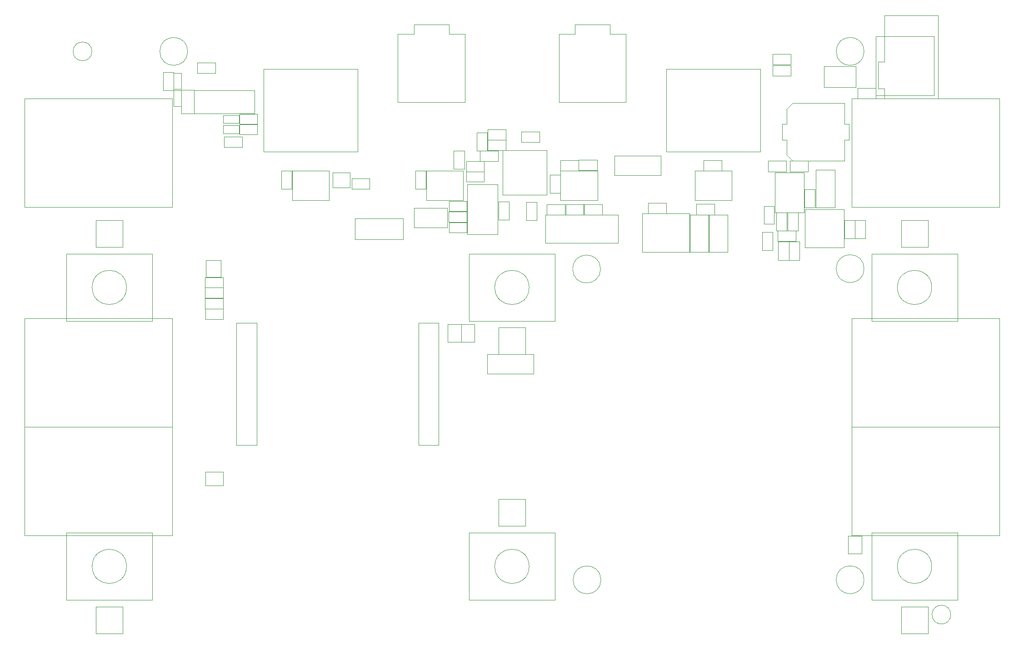
<source format=gbr>
%TF.GenerationSoftware,KiCad,Pcbnew,7.0.8-7.0.8~ubuntu23.04.1*%
%TF.CreationDate,2023-10-19T18:34:13+00:00*%
%TF.ProjectId,pedalboard-hw,70656461-6c62-46f6-9172-642d68772e6b,3.0.0*%
%TF.SameCoordinates,Original*%
%TF.FileFunction,Other,User*%
%FSLAX46Y46*%
G04 Gerber Fmt 4.6, Leading zero omitted, Abs format (unit mm)*
G04 Created by KiCad (PCBNEW 7.0.8-7.0.8~ubuntu23.04.1) date 2023-10-19 18:34:13*
%MOMM*%
%LPD*%
G01*
G04 APERTURE LIST*
%ADD10C,0.050000*%
%ADD11C,0.120000*%
G04 APERTURE END LIST*
D10*
%TO.C,C22*%
X140700000Y-43270000D02*
X144100000Y-43270000D01*
X140700000Y-45230000D02*
X140700000Y-43270000D01*
X144100000Y-43270000D02*
X144100000Y-45230000D01*
X144100000Y-45230000D02*
X140700000Y-45230000D01*
%TO.C,C20*%
X114050000Y-43270000D02*
X117450000Y-43270000D01*
X114050000Y-45230000D02*
X114050000Y-43270000D01*
X117450000Y-43270000D02*
X117450000Y-45230000D01*
X117450000Y-45230000D02*
X114050000Y-45230000D01*
%TO.C,H12*%
X170600000Y-121500000D02*
G75*
G03*
X170600000Y-121500000I-2600000J0D01*
G01*
%TO.C,FID1*%
X26750000Y-23000000D02*
G75*
G03*
X26750000Y-23000000I-1750000J0D01*
G01*
%TO.C,R7*%
X96460000Y-43510000D02*
X99820000Y-43510000D01*
X96460000Y-45410000D02*
X96460000Y-43510000D01*
X99820000Y-43510000D02*
X99820000Y-45410000D01*
X99820000Y-45410000D02*
X96460000Y-45410000D01*
%TO.C,J4*%
X126250000Y-32450000D02*
X126250000Y-19750000D01*
X126250000Y-19750000D02*
X123250000Y-19750000D01*
X123250000Y-19750000D02*
X123250000Y-17950000D01*
X123250000Y-17950000D02*
X116750000Y-17950000D01*
X116750000Y-19750000D02*
X113750000Y-19750000D01*
X116750000Y-17950000D02*
X116750000Y-19750000D01*
X113750000Y-32450000D02*
X126250000Y-32450000D01*
X113750000Y-20000000D02*
X113750000Y-32450000D01*
X113750000Y-19750000D02*
X113750000Y-20000000D01*
%TO.C,C10*%
X98460000Y-41550000D02*
X98460000Y-38150000D01*
X100420000Y-41550000D02*
X98460000Y-41550000D01*
X98460000Y-38150000D02*
X100420000Y-38150000D01*
X100420000Y-38150000D02*
X100420000Y-41550000D01*
%TO.C,R12*%
X157880000Y-58350000D02*
X154520000Y-58350000D01*
X157880000Y-56450000D02*
X157880000Y-58350000D01*
X154520000Y-58350000D02*
X154520000Y-56450000D01*
X154520000Y-56450000D02*
X157880000Y-56450000D01*
%TO.C,D5*%
X141650000Y-53450000D02*
X141650000Y-60450000D01*
X138150000Y-53450000D02*
X141650000Y-53450000D01*
X141650000Y-60450000D02*
X138150000Y-60450000D01*
X138150000Y-60450000D02*
X138150000Y-53450000D01*
%TO.C,R10*%
X93257500Y-54900000D02*
X96617500Y-54900000D01*
X93257500Y-56800000D02*
X93257500Y-54900000D01*
X96617500Y-54900000D02*
X96617500Y-56800000D01*
X96617500Y-56800000D02*
X93257500Y-56800000D01*
%TO.C,J9*%
X41730000Y-31770000D02*
X41730000Y-52000000D01*
X41730000Y-31770000D02*
X14200000Y-31770000D01*
X14200000Y-52000000D02*
X41730000Y-52000000D01*
X14200000Y-31770000D02*
X14200000Y-52000000D01*
%TO.C,J18*%
X41730000Y-92970000D02*
X41730000Y-113200000D01*
X41730000Y-92970000D02*
X14200000Y-92970000D01*
X14200000Y-113200000D02*
X41730000Y-113200000D01*
X14200000Y-92970000D02*
X14200000Y-113200000D01*
%TO.C,U6*%
X159400000Y-45600000D02*
X154000000Y-45600000D01*
X154000000Y-45600000D02*
X154000000Y-53000000D01*
X159400000Y-53000000D02*
X159400000Y-45600000D01*
X154000000Y-53000000D02*
X159400000Y-53000000D01*
%TO.C,J6*%
X184400000Y-31800000D02*
X184400000Y-16300000D01*
X184400000Y-16300000D02*
X174400000Y-16300000D01*
X174400000Y-31800000D02*
X184400000Y-31800000D01*
X174400000Y-29900000D02*
X174400000Y-31800000D01*
X174400000Y-16300000D02*
X174400000Y-24900000D01*
X173200000Y-29900000D02*
X174400000Y-29900000D01*
X173200000Y-29900000D02*
X173200000Y-24900000D01*
X173200000Y-24900000D02*
X174400000Y-24900000D01*
%TO.C,C25*%
X161480000Y-48700000D02*
X161480000Y-52100000D01*
X159520000Y-48700000D02*
X161480000Y-48700000D01*
X161480000Y-52100000D02*
X159520000Y-52100000D01*
X159520000Y-52100000D02*
X159520000Y-48700000D01*
%TO.C,U5*%
X138050000Y-60450000D02*
X138050000Y-53250000D01*
X138050000Y-53250000D02*
X129250000Y-53250000D01*
X129250000Y-60450000D02*
X138050000Y-60450000D01*
X129250000Y-53250000D02*
X129250000Y-60450000D01*
%TO.C,J5*%
X172790000Y-31210000D02*
X183600000Y-31210000D01*
X183600000Y-31210000D02*
X183600000Y-20210000D01*
X172790000Y-20210000D02*
X172790000Y-31210000D01*
X183600000Y-20210000D02*
X172790000Y-20210000D01*
%TO.C,H9*%
X33200000Y-119000000D02*
G75*
G03*
X33200000Y-119000000I-3200000J0D01*
G01*
%TO.C,C19*%
X133790000Y-53200000D02*
X130390000Y-53200000D01*
X133790000Y-51240000D02*
X133790000Y-53200000D01*
X130390000Y-53200000D02*
X130390000Y-51240000D01*
X130390000Y-51240000D02*
X133790000Y-51240000D01*
%TO.C,J8*%
X27500000Y-54500000D02*
X27500000Y-59500000D01*
X27500000Y-59500000D02*
X32500000Y-59500000D01*
X32500000Y-54500000D02*
X27500000Y-54500000D01*
X32500000Y-59500000D02*
X32500000Y-54500000D01*
%TO.C,R9*%
X96460000Y-45410000D02*
X99820000Y-45410000D01*
X96460000Y-47310000D02*
X96460000Y-45410000D01*
X99820000Y-45410000D02*
X99820000Y-47310000D01*
X99820000Y-47310000D02*
X96460000Y-47310000D01*
%TO.C,C14*%
X96587500Y-54830000D02*
X93187500Y-54830000D01*
X96587500Y-52870000D02*
X96587500Y-54830000D01*
X93187500Y-54830000D02*
X93187500Y-52870000D01*
X93187500Y-52870000D02*
X96587500Y-52870000D01*
%TO.C,JP3*%
X47900000Y-101400000D02*
X47900000Y-103900000D01*
X47900000Y-101400000D02*
X51200000Y-101400000D01*
X51200000Y-103900000D02*
X47900000Y-103900000D01*
X51200000Y-103900000D02*
X51200000Y-101400000D01*
%TO.C,C4*%
X156987500Y-25480000D02*
X153587500Y-25480000D01*
X156987500Y-23520000D02*
X156987500Y-25480000D01*
X153587500Y-25480000D02*
X153587500Y-23520000D01*
X153587500Y-23520000D02*
X156987500Y-23520000D01*
%TO.C,D4*%
X114050000Y-45250000D02*
X114050000Y-50750000D01*
X114050000Y-50750000D02*
X120950000Y-50750000D01*
X120950000Y-45250000D02*
X114050000Y-45250000D01*
X120950000Y-50750000D02*
X120950000Y-45250000D01*
%TO.C,C26*%
X158580000Y-58500000D02*
X158580000Y-61900000D01*
X156620000Y-58500000D02*
X158580000Y-58500000D01*
X158580000Y-61900000D02*
X156620000Y-61900000D01*
X156620000Y-61900000D02*
X156620000Y-58500000D01*
%TO.C,H6*%
X108200000Y-67000000D02*
G75*
G03*
X108200000Y-67000000I-3200000J0D01*
G01*
%TO.C,R13*%
X151650000Y-60080000D02*
X151650000Y-56720000D01*
X153550000Y-60080000D02*
X151650000Y-60080000D01*
X151650000Y-56720000D02*
X153550000Y-56720000D01*
X153550000Y-56720000D02*
X153550000Y-60080000D01*
%TO.C,H5*%
X33200000Y-67000000D02*
G75*
G03*
X33200000Y-67000000I-3200000J0D01*
G01*
%TO.C,R8*%
X93257500Y-50900000D02*
X96617500Y-50900000D01*
X93257500Y-52800000D02*
X93257500Y-50900000D01*
X96617500Y-50900000D02*
X96617500Y-52800000D01*
X96617500Y-52800000D02*
X93257500Y-52800000D01*
%TO.C,J17*%
X41730000Y-72770000D02*
X41730000Y-93000000D01*
X41730000Y-72770000D02*
X14200000Y-72770000D01*
X14200000Y-93000000D02*
X41730000Y-93000000D01*
X14200000Y-72770000D02*
X14200000Y-93000000D01*
%TO.C,J20*%
X168270000Y-113225000D02*
X168270000Y-92995000D01*
X168270000Y-113225000D02*
X195800000Y-113225000D01*
X195800000Y-92995000D02*
X168270000Y-92995000D01*
X195800000Y-113225000D02*
X195800000Y-92995000D01*
%TO.C,J12*%
X124060000Y-46100000D02*
X132710000Y-46100000D01*
X132710000Y-46100000D02*
X132710000Y-42500000D01*
X124060000Y-42500000D02*
X124060000Y-46100000D01*
X132710000Y-42500000D02*
X124060000Y-42500000D01*
%TO.C,D7*%
X139050000Y-45250000D02*
X139050000Y-50750000D01*
X139050000Y-50750000D02*
X145950000Y-50750000D01*
X145950000Y-45250000D02*
X139050000Y-45250000D01*
X145950000Y-50750000D02*
X145950000Y-45250000D01*
%TO.C,H11*%
X121580000Y-121520000D02*
G75*
G03*
X121580000Y-121520000I-2600000J0D01*
G01*
%TO.C,C30*%
X152700000Y-43420000D02*
X156100000Y-43420000D01*
X152700000Y-45380000D02*
X152700000Y-43420000D01*
X156100000Y-43420000D02*
X156100000Y-45380000D01*
X156100000Y-45380000D02*
X152700000Y-45380000D01*
%TO.C,J22*%
X182500000Y-131500000D02*
X182500000Y-126500000D01*
X182500000Y-126500000D02*
X177500000Y-126500000D01*
X177500000Y-131500000D02*
X182500000Y-131500000D01*
X177500000Y-126500000D02*
X177500000Y-131500000D01*
%TO.C,C31*%
X168880000Y-54500000D02*
X168880000Y-57900000D01*
X166920000Y-54500000D02*
X168880000Y-54500000D01*
X168880000Y-57900000D02*
X166920000Y-57900000D01*
X166920000Y-57900000D02*
X166920000Y-54500000D01*
%TO.C,J21*%
X32500000Y-131500000D02*
X32500000Y-126500000D01*
X32500000Y-126500000D02*
X27500000Y-126500000D01*
X27500000Y-131500000D02*
X32500000Y-131500000D01*
X27500000Y-126500000D02*
X27500000Y-131500000D01*
%TO.C,SW4*%
X97000000Y-60750000D02*
X97000000Y-73250000D01*
X97000000Y-73250000D02*
X113000000Y-73250000D01*
X113000000Y-60750000D02*
X97000000Y-60750000D01*
X113000000Y-73250000D02*
X113000000Y-60750000D01*
%TO.C,FID2*%
X186750000Y-128000000D02*
G75*
G03*
X186750000Y-128000000I-1750000J0D01*
G01*
%TO.C,J14*%
X107500000Y-79500000D02*
X107500000Y-74500000D01*
X107500000Y-74500000D02*
X102500000Y-74500000D01*
X102500000Y-79500000D02*
X107500000Y-79500000D01*
X102500000Y-74500000D02*
X102500000Y-79500000D01*
%TO.C,R6*%
X78505000Y-48600000D02*
X75145000Y-48600000D01*
X78505000Y-46700000D02*
X78505000Y-48600000D01*
X75145000Y-48600000D02*
X75145000Y-46700000D01*
X75145000Y-46700000D02*
X78505000Y-46700000D01*
%TO.C,J10*%
X84740000Y-58020000D02*
X84740000Y-54120000D01*
X84740000Y-54120000D02*
X75740000Y-54120000D01*
X75740000Y-58020000D02*
X84740000Y-58020000D01*
X75740000Y-54120000D02*
X75740000Y-58020000D01*
%TO.C,H1*%
X44600000Y-23000000D02*
G75*
G03*
X44600000Y-23000000I-2600000J0D01*
G01*
%TO.C,J7*%
X168285000Y-52030000D02*
X168285000Y-31800000D01*
X168285000Y-52030000D02*
X195815000Y-52030000D01*
X195815000Y-31800000D02*
X168285000Y-31800000D01*
X195815000Y-52030000D02*
X195815000Y-31800000D01*
%TO.C,C1*%
X49800000Y-27080000D02*
X46400000Y-27080000D01*
X49800000Y-25120000D02*
X49800000Y-27080000D01*
X46400000Y-27080000D02*
X46400000Y-25120000D01*
X46400000Y-25120000D02*
X49800000Y-25120000D01*
%TO.C,H4*%
X170600000Y-63500000D02*
G75*
G03*
X170600000Y-63500000I-2600000J0D01*
G01*
%TO.C,SW1*%
X58750000Y-26300000D02*
X58750000Y-41700000D01*
X58750000Y-26300000D02*
X76250000Y-26300000D01*
X76250000Y-41700000D02*
X58750000Y-41700000D01*
X76250000Y-41700000D02*
X76250000Y-26300000D01*
%TO.C,C5*%
X64030000Y-45250000D02*
X64030000Y-48650000D01*
X62070000Y-45250000D02*
X64030000Y-45250000D01*
X64030000Y-48650000D02*
X62070000Y-48650000D01*
X62070000Y-48650000D02*
X62070000Y-45250000D01*
%TO.C,C29*%
X160200000Y-45380000D02*
X156800000Y-45380000D01*
X160200000Y-43420000D02*
X160200000Y-45380000D01*
X156800000Y-45380000D02*
X156800000Y-43420000D01*
X156800000Y-43420000D02*
X160200000Y-43420000D01*
%TO.C,L5*%
X166830000Y-52470000D02*
X159570000Y-52470000D01*
X159570000Y-52470000D02*
X159570000Y-59530000D01*
X166830000Y-59530000D02*
X166830000Y-52470000D01*
X159570000Y-59530000D02*
X166830000Y-59530000D01*
%TO.C,D3*%
X89050000Y-45250000D02*
X89050000Y-50750000D01*
X89050000Y-50750000D02*
X95950000Y-50750000D01*
X95950000Y-45250000D02*
X89050000Y-45250000D01*
X95950000Y-50750000D02*
X95950000Y-45250000D01*
%TO.C,J13*%
X177500000Y-54500000D02*
X177500000Y-59500000D01*
X177500000Y-59500000D02*
X182500000Y-59500000D01*
X182500000Y-54500000D02*
X177500000Y-54500000D01*
X182500000Y-59500000D02*
X182500000Y-54500000D01*
%TO.C,H8*%
X183200000Y-67000000D02*
G75*
G03*
X183200000Y-67000000I-3200000J0D01*
G01*
%TO.C,C17*%
X94160000Y-44950000D02*
X94160000Y-41550000D01*
X96120000Y-44950000D02*
X94160000Y-44950000D01*
X94160000Y-41550000D02*
X96120000Y-41550000D01*
X96120000Y-41550000D02*
X96120000Y-44950000D01*
%TO.C,R3*%
X41950000Y-26920000D02*
X41950000Y-30280000D01*
X40050000Y-26920000D02*
X41950000Y-26920000D01*
X41950000Y-30280000D02*
X40050000Y-30280000D01*
X40050000Y-30280000D02*
X40050000Y-26920000D01*
%TO.C,D2*%
X64050000Y-45250000D02*
X64050000Y-50750000D01*
X64050000Y-50750000D02*
X70950000Y-50750000D01*
X70950000Y-45250000D02*
X64050000Y-45250000D01*
X70950000Y-50750000D02*
X70950000Y-45250000D01*
%TO.C,C6*%
X88980000Y-45250000D02*
X88980000Y-48650000D01*
X87020000Y-45250000D02*
X88980000Y-45250000D01*
X88980000Y-48650000D02*
X87020000Y-48650000D01*
X87020000Y-48650000D02*
X87020000Y-45250000D01*
%TO.C,C9*%
X104430000Y-51000000D02*
X104430000Y-54400000D01*
X102470000Y-51000000D02*
X104430000Y-51000000D01*
X104430000Y-54400000D02*
X102470000Y-54400000D01*
X102470000Y-54400000D02*
X102470000Y-51000000D01*
%TO.C,R11*%
X115020000Y-51550000D02*
X118380000Y-51550000D01*
X115020000Y-53450000D02*
X115020000Y-51550000D01*
X118380000Y-51550000D02*
X118380000Y-53450000D01*
X118380000Y-53450000D02*
X115020000Y-53450000D01*
%TO.C,J15*%
X109025000Y-79500000D02*
X100375000Y-79500000D01*
X100375000Y-79500000D02*
X100375000Y-83100000D01*
X109025000Y-83100000D02*
X109025000Y-79500000D01*
X100375000Y-83100000D02*
X109025000Y-83100000D01*
%TO.C,J16*%
X168270000Y-93010000D02*
X168270000Y-72780000D01*
X168270000Y-93010000D02*
X195800000Y-93010000D01*
X195800000Y-72780000D02*
X168270000Y-72780000D01*
X195800000Y-93010000D02*
X195800000Y-72780000D01*
%TO.C,H10*%
X108200000Y-119000000D02*
G75*
G03*
X108200000Y-119000000I-3200000J0D01*
G01*
%TO.C,JP4*%
X167650000Y-116650000D02*
X170150000Y-116650000D01*
X167650000Y-116650000D02*
X167650000Y-113350000D01*
X170150000Y-113350000D02*
X170150000Y-116650000D01*
X170150000Y-113350000D02*
X167650000Y-113350000D01*
%TO.C,SW3*%
X22000000Y-60750000D02*
X22000000Y-73250000D01*
X22000000Y-73250000D02*
X38000000Y-73250000D01*
X38000000Y-60750000D02*
X22000000Y-60750000D01*
X38000000Y-73250000D02*
X38000000Y-60750000D01*
%TO.C,C2*%
X156987500Y-27580000D02*
X153587500Y-27580000D01*
X156987500Y-25620000D02*
X156987500Y-27580000D01*
X153587500Y-27580000D02*
X153587500Y-25620000D01*
X153587500Y-25620000D02*
X156987500Y-25620000D01*
%TO.C,J11*%
X86800000Y-55800000D02*
X92950000Y-55800000D01*
X92950000Y-55800000D02*
X92950000Y-52200000D01*
X86800000Y-52200000D02*
X86800000Y-55800000D01*
X92950000Y-52200000D02*
X86800000Y-52200000D01*
%TO.C,U1*%
X45750000Y-30230000D02*
X45750000Y-34570000D01*
X45750000Y-34570000D02*
X57050000Y-34570000D01*
X57050000Y-30230000D02*
X45750000Y-30230000D01*
X57050000Y-34570000D02*
X57050000Y-30230000D01*
%TO.C,R1*%
X57580000Y-36562500D02*
X54220000Y-36562500D01*
X57580000Y-34662500D02*
X57580000Y-36562500D01*
X54220000Y-36562500D02*
X54220000Y-34662500D01*
X54220000Y-34662500D02*
X57580000Y-34662500D01*
%TO.C,R16*%
X47870000Y-71000000D02*
X51230000Y-71000000D01*
X47870000Y-72900000D02*
X47870000Y-71000000D01*
X51230000Y-71000000D02*
X51230000Y-72900000D01*
X51230000Y-72900000D02*
X47870000Y-72900000D01*
%TO.C,C3*%
X155317500Y-36500000D02*
X155317500Y-39500000D01*
X155317500Y-39500000D02*
X156167500Y-39500000D01*
X156167500Y-33750000D02*
X156167500Y-36500000D01*
X156167500Y-33750000D02*
X157317500Y-32600000D01*
X156167500Y-36500000D02*
X155317500Y-36500000D01*
X156167500Y-39500000D02*
X156167500Y-42250000D01*
X156167500Y-42250000D02*
X157317500Y-43400000D01*
X157317500Y-32600000D02*
X166967500Y-32600000D01*
X157317500Y-43400000D02*
X166967500Y-43400000D01*
X166967500Y-32600000D02*
X166967500Y-36500000D01*
X166967500Y-36500000D02*
X167817500Y-36500000D01*
X166967500Y-39500000D02*
X166967500Y-43400000D01*
X167817500Y-36500000D02*
X167817500Y-39500000D01*
X167817500Y-39500000D02*
X166967500Y-39500000D01*
%TO.C,JP1*%
X95550000Y-77150000D02*
X98050000Y-77150000D01*
X95550000Y-77150000D02*
X95550000Y-73850000D01*
X98050000Y-73850000D02*
X98050000Y-77150000D01*
X98050000Y-73850000D02*
X95550000Y-73850000D01*
%TO.C,JP2*%
X93050000Y-77150000D02*
X95550000Y-77150000D01*
X93050000Y-77150000D02*
X93050000Y-73850000D01*
X95550000Y-73850000D02*
X95550000Y-77150000D01*
X95550000Y-73850000D02*
X93050000Y-73850000D01*
%TO.C,U4*%
X103280000Y-49720000D02*
X111520000Y-49720000D01*
X111520000Y-49720000D02*
X111520000Y-41480000D01*
X103280000Y-41480000D02*
X103280000Y-49720000D01*
X111520000Y-41480000D02*
X103280000Y-41480000D01*
%TO.C,D10*%
X51180000Y-68950000D02*
X47820000Y-68950000D01*
X51180000Y-67050000D02*
X51180000Y-68950000D01*
X47820000Y-68950000D02*
X47820000Y-67050000D01*
X47820000Y-67050000D02*
X51180000Y-67050000D01*
%TO.C,C28*%
X139300000Y-51470000D02*
X142700000Y-51470000D01*
X139300000Y-53430000D02*
X139300000Y-51470000D01*
X142700000Y-51470000D02*
X142700000Y-53430000D01*
X142700000Y-53430000D02*
X139300000Y-53430000D01*
%TO.C,J19*%
X102500000Y-106500000D02*
X102500000Y-111500000D01*
X102500000Y-111500000D02*
X107500000Y-111500000D01*
X107500000Y-106500000D02*
X102500000Y-106500000D01*
X107500000Y-111500000D02*
X107500000Y-106500000D01*
%TO.C,D8*%
X145180000Y-53450000D02*
X145180000Y-60450000D01*
X141680000Y-53450000D02*
X145180000Y-53450000D01*
X145180000Y-60450000D02*
X141680000Y-60450000D01*
X141680000Y-60450000D02*
X141680000Y-53450000D01*
%TO.C,C15*%
X106750000Y-37970000D02*
X110150000Y-37970000D01*
X106750000Y-39930000D02*
X106750000Y-37970000D01*
X110150000Y-37970000D02*
X110150000Y-39930000D01*
X110150000Y-39930000D02*
X106750000Y-39930000D01*
%TO.C,R2*%
X54220000Y-36600000D02*
X57580000Y-36600000D01*
X54220000Y-38500000D02*
X54220000Y-36600000D01*
X57580000Y-36600000D02*
X57580000Y-38500000D01*
X57580000Y-38500000D02*
X54220000Y-38500000D01*
%TO.C,L4*%
X41970000Y-29980000D02*
X41970000Y-27020000D01*
X43430000Y-29980000D02*
X41970000Y-29980000D01*
X41970000Y-27020000D02*
X43430000Y-27020000D01*
X43430000Y-27020000D02*
X43430000Y-29980000D01*
%TO.C,D1*%
X45750000Y-30200000D02*
X43450000Y-30200000D01*
X45750000Y-30200000D02*
X45750000Y-34600000D01*
X45750000Y-34600000D02*
X43450000Y-34600000D01*
X43450000Y-34600000D02*
X43450000Y-30200000D01*
%TO.C,D6*%
X161650000Y-52100000D02*
X161650000Y-45100000D01*
X165150000Y-52100000D02*
X161650000Y-52100000D01*
X161650000Y-45100000D02*
X165150000Y-45100000D01*
X165150000Y-45100000D02*
X165150000Y-52100000D01*
%TO.C,C21*%
X117450000Y-43220000D02*
X120850000Y-43220000D01*
X117450000Y-45180000D02*
X117450000Y-43220000D01*
X120850000Y-43220000D02*
X120850000Y-45180000D01*
X120850000Y-45180000D02*
X117450000Y-45180000D01*
%TO.C,C8*%
X103890000Y-39520000D02*
X100490000Y-39520000D01*
X103890000Y-37560000D02*
X103890000Y-39520000D01*
X100490000Y-39520000D02*
X100490000Y-37560000D01*
X100490000Y-37560000D02*
X103890000Y-37560000D01*
%TO.C,C27*%
X156580000Y-58500000D02*
X156580000Y-61900000D01*
X154620000Y-58500000D02*
X156580000Y-58500000D01*
X156580000Y-61900000D02*
X154620000Y-61900000D01*
X154620000Y-61900000D02*
X154620000Y-58500000D01*
%TO.C,R4*%
X169420000Y-29880000D02*
X172780000Y-29880000D01*
X169420000Y-31780000D02*
X169420000Y-29880000D01*
X172780000Y-29880000D02*
X172780000Y-31780000D01*
X172780000Y-31780000D02*
X169420000Y-31780000D01*
%TO.C,L1*%
X43430000Y-30270000D02*
X43430000Y-33230000D01*
X41970000Y-30270000D02*
X43430000Y-30270000D01*
X43430000Y-33230000D02*
X41970000Y-33230000D01*
X41970000Y-33230000D02*
X41970000Y-30270000D01*
%TO.C,C7*%
X114900000Y-53480000D02*
X111500000Y-53480000D01*
X114900000Y-51520000D02*
X114900000Y-53480000D01*
X111500000Y-53480000D02*
X111500000Y-51520000D01*
X111500000Y-51520000D02*
X114900000Y-51520000D01*
%TO.C,F1*%
X169020000Y-29660000D02*
X163120000Y-29660000D01*
X169020000Y-25760000D02*
X169020000Y-29660000D01*
X163120000Y-29660000D02*
X163120000Y-25760000D01*
X163120000Y-25760000D02*
X169020000Y-25760000D01*
%TO.C,R14*%
X151950000Y-55180000D02*
X151950000Y-51820000D01*
X153850000Y-55180000D02*
X151950000Y-55180000D01*
X151950000Y-51820000D02*
X153850000Y-51820000D01*
X153850000Y-51820000D02*
X153850000Y-55180000D01*
%TO.C,H7*%
X121500000Y-63565600D02*
G75*
G03*
X121500000Y-63565600I-2600000J0D01*
G01*
%TO.C,Y1*%
X111200000Y-53500000D02*
X111200000Y-58700000D01*
X111200000Y-58700000D02*
X124800000Y-58700000D01*
X124800000Y-53500000D02*
X111200000Y-53500000D01*
X124800000Y-58700000D02*
X124800000Y-53500000D01*
%TO.C,SW8*%
X172000000Y-112750000D02*
X172000000Y-125250000D01*
X172000000Y-125250000D02*
X188000000Y-125250000D01*
X188000000Y-112750000D02*
X172000000Y-112750000D01*
X188000000Y-125250000D02*
X188000000Y-112750000D01*
%TO.C,U3*%
X96640000Y-57100000D02*
X102360000Y-57100000D01*
X102360000Y-57100000D02*
X102360000Y-47800000D01*
X96640000Y-47800000D02*
X96640000Y-57100000D01*
X102360000Y-47800000D02*
X96640000Y-47800000D01*
%TO.C,H13*%
X183200000Y-119000000D02*
G75*
G03*
X183200000Y-119000000I-3200000J0D01*
G01*
D11*
%TO.C,CM1*%
X91350000Y-96400000D02*
X87570000Y-96400000D01*
X91350000Y-73600000D02*
X91350000Y-96400000D01*
X87570000Y-96400000D02*
X87570000Y-73600000D01*
X87570000Y-73600000D02*
X91350000Y-73600000D01*
X57430000Y-96400000D02*
X53650000Y-96400000D01*
X57430000Y-73600000D02*
X57430000Y-96400000D01*
X53650000Y-96400000D02*
X53650000Y-73600000D01*
X53650000Y-73600000D02*
X57430000Y-73600000D01*
D10*
%TO.C,SW5*%
X172000000Y-60750000D02*
X172000000Y-73250000D01*
X172000000Y-73250000D02*
X188000000Y-73250000D01*
X188000000Y-60750000D02*
X172000000Y-60750000D01*
X188000000Y-73250000D02*
X188000000Y-60750000D01*
%TO.C,SW6*%
X22000000Y-112750000D02*
X22000000Y-125250000D01*
X22000000Y-125250000D02*
X38000000Y-125250000D01*
X38000000Y-112750000D02*
X22000000Y-112750000D01*
X38000000Y-125250000D02*
X38000000Y-112750000D01*
%TO.C,C32*%
X170880000Y-54500000D02*
X170880000Y-57900000D01*
X168920000Y-54500000D02*
X170880000Y-54500000D01*
X170880000Y-57900000D02*
X168920000Y-57900000D01*
X168920000Y-57900000D02*
X168920000Y-54500000D01*
%TO.C,R15*%
X47820000Y-65150000D02*
X51180000Y-65150000D01*
X47820000Y-67050000D02*
X47820000Y-65150000D01*
X51180000Y-65150000D02*
X51180000Y-67050000D01*
X51180000Y-67050000D02*
X47820000Y-67050000D01*
%TO.C,C11*%
X114030000Y-46000000D02*
X114030000Y-49400000D01*
X112070000Y-46000000D02*
X114030000Y-46000000D01*
X114030000Y-49400000D02*
X112070000Y-49400000D01*
X112070000Y-49400000D02*
X112070000Y-46000000D01*
%TO.C,H3*%
X170600000Y-23000000D02*
G75*
G03*
X170600000Y-23000000I-2600000J0D01*
G01*
%TO.C,D9*%
X51180000Y-70950000D02*
X47820000Y-70950000D01*
X51180000Y-69050000D02*
X51180000Y-70950000D01*
X47820000Y-70950000D02*
X47820000Y-69050000D01*
X47820000Y-69050000D02*
X51180000Y-69050000D01*
%TO.C,C12*%
X103900000Y-41480000D02*
X100500000Y-41480000D01*
X103900000Y-39520000D02*
X103900000Y-41480000D01*
X100500000Y-41480000D02*
X100500000Y-39520000D01*
X100500000Y-39520000D02*
X103900000Y-39520000D01*
%TO.C,L3*%
X51220000Y-36820000D02*
X54180000Y-36820000D01*
X51220000Y-38280000D02*
X51220000Y-36820000D01*
X54180000Y-36820000D02*
X54180000Y-38280000D01*
X54180000Y-38280000D02*
X51220000Y-38280000D01*
%TO.C,R5*%
X54740000Y-40810000D02*
X51380000Y-40810000D01*
X54740000Y-38910000D02*
X54740000Y-40810000D01*
X51380000Y-40810000D02*
X51380000Y-38910000D01*
X51380000Y-38910000D02*
X54740000Y-38910000D01*
%TO.C,U2*%
X74800000Y-48350000D02*
X74800000Y-45550000D01*
X74800000Y-48350000D02*
X71600000Y-48350000D01*
X74800000Y-45550000D02*
X71600000Y-45550000D01*
X71600000Y-45550000D02*
X71600000Y-48350000D01*
%TO.C,SW2*%
X133750000Y-26300000D02*
X133750000Y-41700000D01*
X133750000Y-26300000D02*
X151250000Y-26300000D01*
X151250000Y-41700000D02*
X133750000Y-41700000D01*
X151250000Y-41700000D02*
X151250000Y-26300000D01*
%TO.C,SW7*%
X97000000Y-112750000D02*
X97000000Y-125250000D01*
X97000000Y-125250000D02*
X113000000Y-125250000D01*
X113000000Y-112750000D02*
X97000000Y-112750000D01*
X113000000Y-125250000D02*
X113000000Y-112750000D01*
%TO.C,U7*%
X50800000Y-61900600D02*
X48000000Y-61900600D01*
X50800000Y-61900600D02*
X50800000Y-65100600D01*
X48000000Y-61900600D02*
X48000000Y-65100600D01*
X48000000Y-65100600D02*
X50800000Y-65100600D01*
%TO.C,C16*%
X109620000Y-51100000D02*
X109620000Y-54500000D01*
X107660000Y-51100000D02*
X109620000Y-51100000D01*
X109620000Y-54500000D02*
X107660000Y-54500000D01*
X107660000Y-54500000D02*
X107660000Y-51100000D01*
%TO.C,C18*%
X118400000Y-51520000D02*
X121800000Y-51520000D01*
X118400000Y-53480000D02*
X118400000Y-51520000D01*
X121800000Y-51520000D02*
X121800000Y-53480000D01*
X121800000Y-53480000D02*
X118400000Y-53480000D01*
%TO.C,C24*%
X156363750Y-56443750D02*
X156363750Y-53043750D01*
X158323750Y-56443750D02*
X156363750Y-56443750D01*
X156363750Y-53043750D02*
X158323750Y-53043750D01*
X158323750Y-53043750D02*
X158323750Y-56443750D01*
%TO.C,C13*%
X102430000Y-43510000D02*
X99030000Y-43510000D01*
X102430000Y-41550000D02*
X102430000Y-43510000D01*
X99030000Y-43510000D02*
X99030000Y-41550000D01*
X99030000Y-41550000D02*
X102430000Y-41550000D01*
%TO.C,L2*%
X51220000Y-34932500D02*
X54180000Y-34932500D01*
X51220000Y-36392500D02*
X51220000Y-34932500D01*
X54180000Y-34932500D02*
X54180000Y-36392500D01*
X54180000Y-36392500D02*
X51220000Y-36392500D01*
%TO.C,J2*%
X96244500Y-32450000D02*
X96244500Y-19750000D01*
X96244500Y-19750000D02*
X93244500Y-19750000D01*
X93244500Y-19750000D02*
X93244500Y-17950000D01*
X93244500Y-17950000D02*
X86744500Y-17950000D01*
X86744500Y-19750000D02*
X83744500Y-19750000D01*
X86744500Y-17950000D02*
X86744500Y-19750000D01*
X83744500Y-32450000D02*
X96244500Y-32450000D01*
X83744500Y-20000000D02*
X83744500Y-32450000D01*
X83744500Y-19750000D02*
X83744500Y-20000000D01*
%TO.C,C23*%
X154263750Y-56443750D02*
X154263750Y-53043750D01*
X156223750Y-56443750D02*
X154263750Y-56443750D01*
X154263750Y-53043750D02*
X156223750Y-53043750D01*
X156223750Y-53043750D02*
X156223750Y-56443750D01*
%TD*%
M02*

</source>
